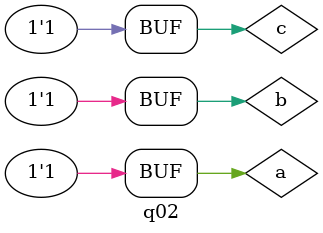
<source format=v>
module f ( output s, input a, input b, input c );
    wire w1, w2, w3, w4;
    not NOT_1 (w1, b);
    not NOT_2 (w2, c);
    and AND_1 (w3, a, w2);
    and AND_2 (w4, a, w1, c);
    or OR__1 (s, w3 ,w4);
endmodule // s = f (a,b,c)

module q02;
    reg a; 
    reg b; 
    reg c;
    wire s1;
    
    f SOP1 (s1, a, b, c);
    initial begin: start
        a=1'bx; b=1'bx; c=1'bx;
    end

    initial begin: main
        $display("Exercício 2 - Luís Augusto Lima de Oliveira - 805413"); 
        $display("(a,b,c) = SoP(4,5,6)");
        $display(" a  b  c =  s");
        $monitor("%2b %2b %2b = %2b", a, b, c, s1);

        #1 a=0; b=0; c=0;
        #1 a=0; b=0; c=1;
        #1 a=0; b=1; c=0;
        #1 a=0; b=1; c=1;
        #1 a=1; b=0; c=0;
        #1 a=1; b=0; c=1;
        #1 a=1; b=1; c=0;
        #1 a=1; b=1; c=1;
        

    end

endmodule

</source>
